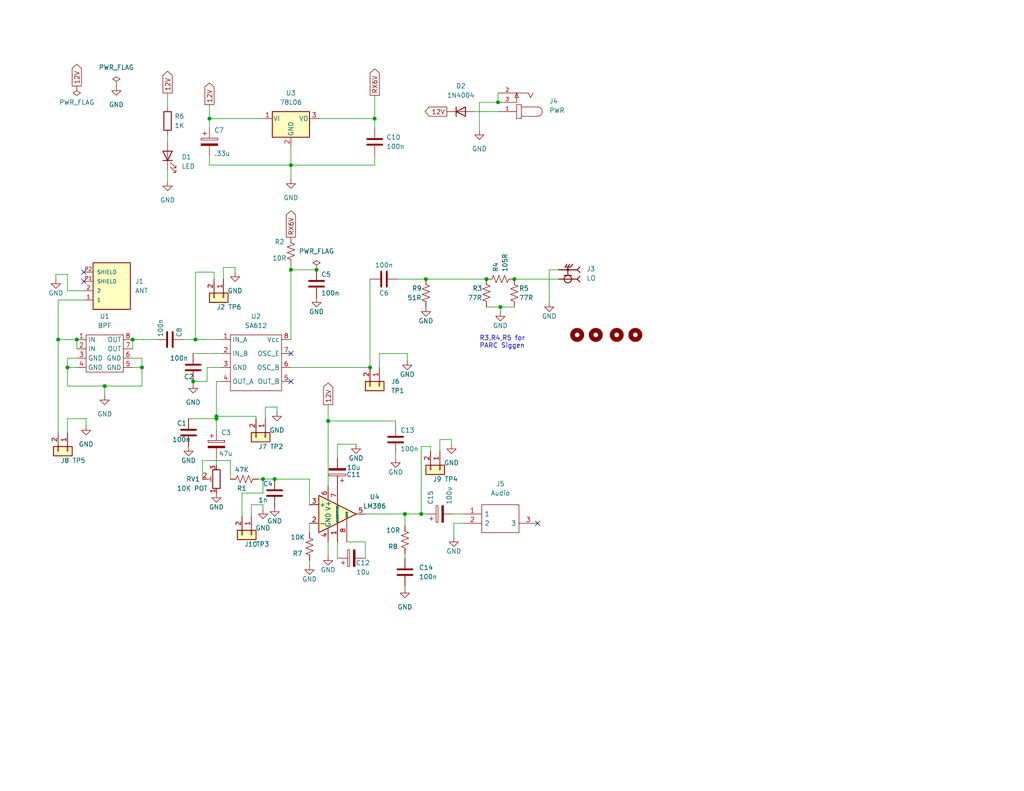
<source format=kicad_sch>
(kicad_sch (version 20211123) (generator eeschema)
  (paper "A")
  (lib_symbols
    (symbol "Amplifier_Audio:LM386" (pin_names (offset 0.127))
      (property "Reference" "U" (at 1.27 7.62 0))
      (property "Value" "LM386" (at 1.27 5.08 0))
      (symbol "LM386_0_1"
        (polyline (pts (xy 5.08 0) (xy -5.08 5.08) (xy -5.08 -5.08) (xy 5.08 0)) (stroke (width 0.254)) (fill (type background)))
      )
      (symbol "LM386_1_1"
        (pin input line (at 0 -7.62 90) (length 5.08) (name "GAIN") (number "1"))
        (pin input line (at -7.62 -2.54 0) (length 2.54) (name "-") (number "2"))
        (pin input line (at -7.62 2.54 0) (length 2.54) (name "+") (number "3"))
        (pin power_in line (at -2.54 -7.62 90) (length 3.81) (name "GND") (number "4"))
        (pin output line (at 7.62 0 180) (length 2.54) (name "~") (number "5"))
        (pin power_in line (at -2.54 7.62 270) (length 3.81) (name "V+") (number "6"))
        (pin input line (at 0 7.62 270) (length 5.08) (name "BYPASS") (number "7"))
        (pin input line (at 2.54 -7.62 90) (length 6.35) (name "GAIN") (number "8"))
      )
    )
    (symbol "Connector_Generic:Conn_01x02" (pin_names (offset 1.016) hide)
      (property "Reference" "J" (at 0 2.54 0))
      (property "Value" "Conn_01x02" (at 0 -5.08 0))
      (symbol "Conn_01x02_1_1"
        (rectangle (start -1.27 -2.413) (end 0 -2.667) (stroke (width 0.1524)))
        (rectangle (start -1.27 0.127) (end 0 -0.127) (stroke (width 0.1524)))
        (rectangle (start -1.27 1.27) (end 1.27 -3.81) (stroke (width 0.254)) (fill (type background)))
        (pin passive line (at -5.08 0 0) (length 3.81) (name "Pin_1") (number "1"))
        (pin passive line (at -5.08 -2.54 0) (length 3.81) (name "Pin_2") (number "2"))
      )
    )
    (symbol "Custom_RF:1-1337543-0" (pin_names (offset 1.016))
      (property "Reference" "J" (at -5.08 5.715 0))
      (property "Value" "1-1337543-0" (at -5.08 -10.16 0))
      (symbol "1-1337543-0_0_0"
        (rectangle (start -5.08 -7.62) (end 5.08 5.08) (stroke (width 0.254)) (fill (type background)))
        (pin passive line (at 7.62 2.54 180) (length 2.54) (name "1") (number "1"))
        (pin passive line (at 7.62 0 180) (length 2.54) (name "2") (number "2"))
        (pin passive line (at 7.62 -2.54 180) (length 2.54) (name "SHIELD") (number "P1"))
        (pin passive line (at 7.62 -5.08 180) (length 2.54) (name "SHIELD") (number "P2"))
      )
    )
    (symbol "Custom_RF:4832.2230" (pin_names (offset 0.762))
      (property "Reference" "J" (at 16.51 7.62 0))
      (property "Value" "4832.2230" (at 16.51 5.08 0))
      (symbol "4832.2230_0_0"
        (pin passive line (at 20.32 -2.54 180) (length 5.08) (name "1") (number "1"))
        (pin passive line (at 20.32 0 180) (length 5.08) (name "2") (number "2"))
        (pin passive line (at 0 0 0) (length 5.08) (name "3") (number "3"))
      )
      (symbol "4832.2230_0_1"
        (polyline (pts (xy 5.08 2.54) (xy 15.24 2.54) (xy 15.24 -5.08) (xy 5.08 -5.08) (xy 5.08 2.54)) (stroke (width 0.1524)))
      )
    )
    (symbol "Custom_RF:CON-SMA-EDGE-S" (pin_numbers hide) (pin_names (offset 1.016) hide)
      (property "Reference" "J" (at -3.81 4.064 0))
      (property "Value" "CON-SMA-EDGE-S" (at -4.064 -4.318 0))
      (symbol "CON-SMA-EDGE-S_0_0"
        (polyline (pts (xy -3.302 -0.762) (xy -2.54 0)) (stroke (width 0.254)))
        (polyline (pts (xy -3.302 0.762) (xy -2.54 0)) (stroke (width 0.254)))
        (polyline (pts (xy -3.302 1.778) (xy -2.54 2.54)) (stroke (width 0.254)))
        (polyline (pts (xy -3.302 3.302) (xy -2.54 2.54)) (stroke (width 0.254)))
        (polyline (pts (xy -2.54 0) (xy 0 0)) (stroke (width 0.254)))
        (polyline (pts (xy -2.54 2.54) (xy 2.54 2.54)) (stroke (width 0.254)))
        (polyline (pts (xy -1.016 1.524) (xy 0 1.524)) (stroke (width 0.254)))
        (polyline (pts (xy -0.762 -0.762) (xy -1.27 -1.524)) (stroke (width 0.254)))
        (polyline (pts (xy 0 -0.762) (xy -0.762 -0.762)) (stroke (width 0.254)))
        (polyline (pts (xy 0 -0.762) (xy -0.508 -1.524)) (stroke (width 0.254)))
        (polyline (pts (xy 0 -0.762) (xy 0.762 -0.762)) (stroke (width 0.254)))
        (polyline (pts (xy 0 0) (xy -2.286 0)) (stroke (width 0.254)))
        (polyline (pts (xy 0 0) (xy 0 -0.762)) (stroke (width 0.254)))
        (polyline (pts (xy 0 1.524) (xy 0 0)) (stroke (width 0.254)))
        (polyline (pts (xy 0 1.524) (xy 1.016 1.524)) (stroke (width 0.254)))
        (polyline (pts (xy 0.762 -0.762) (xy 0.254 -1.524)) (stroke (width 0.254)))
        (polyline (pts (xy 2.54 0) (xy 0 0)) (stroke (width 0.254)))
        (circle (center 0 0) (radius 0.254) (stroke (width 0.254)))
        (circle (center 0 2.54) (radius 1.016) (stroke (width 0.254)))
        (pin passive line (at 2.54 2.54 180) (length 5.08) (name "~") (number "1"))
        (pin passive line (at 2.54 0 180) (length 5.08) (name "~") (number "G1"))
        (pin passive line (at 2.54 0 180) (length 5.08) (name "~") (number "G2"))
        (pin passive line (at 2.54 0 180) (length 5.08) (name "~") (number "G3"))
        (pin passive line (at 2.54 0 180) (length 5.08) (name "~") (number "G4"))
      )
    )
    (symbol "Custom_RF:PJ-002A" (pin_names (offset 1.016) hide)
      (property "Reference" "J" (at -7.62 5.08 0))
      (property "Value" "PJ-002A" (at -7.62 -5.08 0))
      (symbol "PJ-002A_0_0"
        (arc (start -5.715 3.81) (mid -6.985 2.54) (end -5.715 1.27) (stroke (width 0.1524)))
        (polyline (pts (xy -5.715 3.81) (xy -1.27 3.81)) (stroke (width 0.1524)))
        (polyline (pts (xy -3.81 -1.27) (xy -4.445 -2.54)) (stroke (width 0.1524)))
        (polyline (pts (xy -3.175 -2.54) (xy -3.81 -1.27)) (stroke (width 0.1524)))
        (polyline (pts (xy -1.27 0.635) (xy 0 0.635)) (stroke (width 0.1524)))
        (polyline (pts (xy -1.27 1.27) (xy -5.715 1.27)) (stroke (width 0.1524)))
        (polyline (pts (xy -1.27 1.27) (xy -1.27 0.635)) (stroke (width 0.1524)))
        (polyline (pts (xy -1.27 3.81) (xy -1.27 1.27)) (stroke (width 0.1524)))
        (polyline (pts (xy -1.27 4.445) (xy -1.27 3.81)) (stroke (width 0.1524)))
        (polyline (pts (xy 0 -2.54) (xy -3.175 -2.54)) (stroke (width 0.1524)))
        (polyline (pts (xy 0 0) (xy 0 -2.54)) (stroke (width 0.1524)))
        (polyline (pts (xy 0 0.635) (xy 0 4.445)) (stroke (width 0.1524)))
        (polyline (pts (xy 0 4.445) (xy -1.27 4.445)) (stroke (width 0.1524)))
        (polyline (pts (xy 0 -2.54) (xy -0.508 -1.27) (xy 0.508 -1.27) (xy 0 -2.54)) (stroke (width 0.1524)) (fill (type background)))
        (pin passive line (at 5.08 2.54 180) (length 5.08) (name "~") (number "1"))
        (pin passive line (at 5.08 -2.54 180) (length 5.08) (name "~") (number "2"))
        (pin passive line (at 5.08 0 180) (length 5.08) (name "~") (number "3"))
      )
    )
    (symbol "Custom_RF:QPR_Filter"
      (property "Reference" "U" (at 0 7.62 0))
      (property "Value" "QPR_Filter" (at 0 -7.62 0))
      (symbol "QPR_Filter_0_1"
        (rectangle (start -5.08 5.08) (end 5.08 -5.08))
      )
      (symbol "QPR_Filter_1_1"
        (pin bidirectional line (at -7.62 3.81 0) (length 2.54) (name "IN") (number "1"))
        (pin bidirectional line (at -7.62 1.27 0) (length 2.54) (name "IN") (number "2"))
        (pin power_in line (at -7.62 -1.27 0) (length 2.54) (name "GND") (number "3"))
        (pin power_in line (at -7.62 -3.81 0) (length 2.54) (name "GND") (number "4"))
        (pin power_in line (at 7.62 -3.81 180) (length 2.54) (name "GND") (number "5"))
        (pin power_in line (at 7.62 -1.27 180) (length 2.54) (name "GND") (number "6"))
        (pin bidirectional line (at 7.62 1.27 180) (length 2.54) (name "OUT") (number "7"))
        (pin bidirectional line (at 7.62 3.81 180) (length 2.54) (name "OUT") (number "8"))
      )
    )
    (symbol "Custom_RF:SA612"
      (property "Reference" "U" (at 1.27 10.16 0))
      (property "Value" "SA612" (at 1.27 -7.62 0))
      (symbol "SA612_0_1"
        (rectangle (start -6.35 8.89) (end 7.62 -6.35))
      )
      (symbol "SA612_1_1"
        (pin input line (at -8.89 7.62 0) (length 2.54) (name "IN_A") (number "1"))
        (pin input line (at -8.89 3.81 0) (length 2.54) (name "IN_B") (number "2"))
        (pin power_in line (at -8.89 0 0) (length 2.54) (name "GND") (number "3"))
        (pin output line (at -8.89 -3.81 0) (length 2.54) (name "OUT_A") (number "4"))
        (pin output line (at 10.16 -3.81 180) (length 2.54) (name "OUT_B") (number "5"))
        (pin input line (at 10.16 0 180) (length 2.54) (name "OSC_B") (number "6"))
        (pin input line (at 10.16 3.81 180) (length 2.54) (name "OSC_E") (number "7"))
        (pin power_in line (at 10.16 7.62 180) (length 2.54) (name "Vcc") (number "8"))
      )
    )
    (symbol "Device:C" (pin_numbers hide) (pin_names (offset 0.254))
      (property "Reference" "C" (at 0.635 2.54 0))
      (property "Value" "C" (at 0.635 -2.54 0))
      (symbol "C_0_1"
        (polyline (pts (xy -2.032 -0.762) (xy 2.032 -0.762)) (stroke (width 0.508)))
        (polyline (pts (xy -2.032 0.762) (xy 2.032 0.762)) (stroke (width 0.508)))
      )
      (symbol "C_1_1"
        (pin passive line (at 0 3.81 270) (length 2.794) (name "~") (number "1"))
        (pin passive line (at 0 -3.81 90) (length 2.794) (name "~") (number "2"))
      )
    )
    (symbol "Device:C_Polarized" (pin_numbers hide) (pin_names (offset 0.254))
      (property "Reference" "C" (at 0.635 2.54 0))
      (property "Value" "C_Polarized" (at 0.635 -2.54 0))
      (symbol "C_Polarized_0_1"
        (rectangle (start -2.286 0.508) (end 2.286 1.016))
        (polyline (pts (xy -1.778 2.286) (xy -0.762 2.286)))
        (polyline (pts (xy -1.27 2.794) (xy -1.27 1.778)))
        (rectangle (start 2.286 -0.508) (end -2.286 -1.016) (fill (type outline)))
      )
      (symbol "C_Polarized_1_1"
        (pin passive line (at 0 3.81 270) (length 2.794) (name "~") (number "1"))
        (pin passive line (at 0 -3.81 90) (length 2.794) (name "~") (number "2"))
      )
    )
    (symbol "Device:LED" (pin_numbers hide) (pin_names (offset 1.016) hide)
      (property "Reference" "D" (at 0 2.54 0))
      (property "Value" "LED" (at 0 -2.54 0))
      (symbol "LED_0_1"
        (polyline (pts (xy -1.27 -1.27) (xy -1.27 1.27)) (stroke (width 0.254)))
        (polyline (pts (xy -1.27 0) (xy 1.27 0)))
        (polyline (pts (xy 1.27 -1.27) (xy 1.27 1.27) (xy -1.27 0) (xy 1.27 -1.27)) (stroke (width 0.254)))
        (polyline (pts (xy -3.048 -0.762) (xy -4.572 -2.286) (xy -3.81 -2.286) (xy -4.572 -2.286) (xy -4.572 -1.524)))
        (polyline (pts (xy -1.778 -0.762) (xy -3.302 -2.286) (xy -2.54 -2.286) (xy -3.302 -2.286) (xy -3.302 -1.524)))
      )
      (symbol "LED_1_1"
        (pin passive line (at -3.81 0 0) (length 2.54) (name "K") (number "1"))
        (pin passive line (at 3.81 0 180) (length 2.54) (name "A") (number "2"))
      )
    )
    (symbol "Device:R" (pin_numbers hide) (pin_names (offset 0))
      (property "Reference" "R" (at 2.032 0 90))
      (property "Value" "R" (at 0 0 90))
      (symbol "R_0_1"
        (rectangle (start -1.016 -2.54) (end 1.016 2.54) (stroke (width 0.254)))
      )
      (symbol "R_1_1"
        (pin passive line (at 0 3.81 270) (length 1.27) (name "~") (number "1"))
        (pin passive line (at 0 -3.81 90) (length 1.27) (name "~") (number "2"))
      )
    )
    (symbol "Device:R_Potentiometer_Trim" (pin_names (offset 1.016) hide)
      (property "Reference" "RV" (at -4.445 0 90))
      (property "Value" "R_Potentiometer_Trim" (at -2.54 0 90))
      (symbol "R_Potentiometer_Trim_0_1"
        (polyline (pts (xy 1.524 0.762) (xy 1.524 -0.762)))
        (polyline (pts (xy 2.54 0) (xy 1.524 0)))
        (rectangle (start 1.016 2.54) (end -1.016 -2.54) (stroke (width 0.254)))
      )
      (symbol "R_Potentiometer_Trim_1_1"
        (pin passive line (at 0 3.81 270) (length 1.27) (name "1") (number "1"))
        (pin passive line (at 3.81 0 180) (length 1.27) (name "2") (number "2"))
        (pin passive line (at 0 -3.81 90) (length 1.27) (name "3") (number "3"))
      )
    )
    (symbol "Device:R_US" (pin_numbers hide) (pin_names (offset 0))
      (property "Reference" "R" (at 2.54 0 90))
      (property "Value" "R_US" (at -2.54 0 90))
      (symbol "R_US_0_1"
        (polyline (pts (xy 0 -2.286) (xy 0 -2.54)))
        (polyline (pts (xy 0 2.286) (xy 0 2.54)))
        (polyline (pts (xy 0 -0.762) (xy 1.016 -1.143) (xy 0 -1.524) (xy -1.016 -1.905) (xy 0 -2.286)))
        (polyline (pts (xy 0 0.762) (xy 1.016 0.381) (xy 0 0) (xy -1.016 -0.381) (xy 0 -0.762)))
        (polyline (pts (xy 0 2.286) (xy 1.016 1.905) (xy 0 1.524) (xy -1.016 1.143) (xy 0 0.762)))
      )
      (symbol "R_US_1_1"
        (pin passive line (at 0 3.81 270) (length 1.27) (name "~") (number "1"))
        (pin passive line (at 0 -3.81 90) (length 1.27) (name "~") (number "2"))
      )
    )
    (symbol "Diode:1N4001" (pin_numbers hide) (pin_names (offset 1.016) hide)
      (property "Reference" "D" (at 0 2.54 0))
      (property "Value" "1N4001" (at 0 -2.54 0))
      (symbol "1N4001_0_1"
        (polyline (pts (xy -1.27 1.27) (xy -1.27 -1.27)) (stroke (width 0.254)))
        (polyline (pts (xy 1.27 0) (xy -1.27 0)))
        (polyline (pts (xy 1.27 1.27) (xy 1.27 -1.27) (xy -1.27 0) (xy 1.27 1.27)) (stroke (width 0.254)))
      )
      (symbol "1N4001_1_1"
        (pin passive line (at -3.81 0 0) (length 2.54) (name "K") (number "1"))
        (pin passive line (at 3.81 0 180) (length 2.54) (name "A") (number "2"))
      )
    )
    (symbol "Mechanical:MountingHole" (pin_names (offset 1.016))
      (property "Reference" "H" (at 0 5.08 0))
      (property "Value" "MountingHole" (at 0 3.175 0))
      (symbol "MountingHole_0_1"
        (circle (center 0 0) (radius 1.27) (stroke (width 1.27)))
      )
    )
    (symbol "Regulator_Linear:LM7805_TO220" (pin_names (offset 0.254))
      (property "Reference" "U" (at -3.81 3.175 0))
      (property "Value" "LM7805_TO220" (at 0 3.175 0))
      (symbol "LM7805_TO220_0_1"
        (rectangle (start -5.08 1.905) (end 5.08 -5.08) (stroke (width 0.254)) (fill (type background)))
      )
      (symbol "LM7805_TO220_1_1"
        (pin power_in line (at -7.62 0 0) (length 2.54) (name "VI") (number "1"))
        (pin power_in line (at 0 -7.62 90) (length 2.54) (name "GND") (number "2"))
        (pin power_out line (at 7.62 0 180) (length 2.54) (name "VO") (number "3"))
      )
    )
    (symbol "power:GND" (power) (pin_names (offset 0))
      (property "Value" "GND" (at 0 -3.81 0))
      (symbol "GND_0_1"
        (polyline (pts (xy 0 0) (xy 0 -1.27) (xy 1.27 -1.27) (xy 0 -2.54) (xy -1.27 -1.27) (xy 0 -1.27)))
      )
      (symbol "GND_1_1"
        (pin power_in line (at 0 0 270) (length 0) hide (name "GND") (number "1"))
      )
    )
    (symbol "power:PWR_FLAG" (power) (pin_numbers hide) (pin_names (offset 0) hide)
      (property "Value" "PWR_FLAG" (at 0 3.81 0))
      (symbol "PWR_FLAG_0_0"
        (pin power_out line (at 0 0 90) (length 0) (name "pwr") (number "1"))
      )
      (symbol "PWR_FLAG_0_1"
        (polyline (pts (xy 0 0) (xy 0 1.27) (xy -1.016 1.905) (xy 0 2.54) (xy 1.016 1.905) (xy 0 1.27)))
      )
    )
  )
  (junction (at 15.875 92.71))
  (junction (at 86.36 73.66))
  (junction (at 79.375 73.66))
  (junction (at 132.715 76.2))
  (junction (at 135.89 27.94))
  (junction (at 53.34 92.71))
  (junction (at 18.415 100.33))
  (junction (at 102.235 32.385))
  (junction (at 52.705 104.14))
  (junction (at 110.49 140.335))
  (junction (at 74.93 130.81))
  (junction (at 36.195 92.71))
  (junction (at 100.965 100.33))
  (junction (at 140.335 76.2))
  (junction (at 136.525 83.82))
  (junction (at 79.375 45.085))
  (junction (at 59.055 114.3))
  (junction (at 38.735 100.33))
  (junction (at 114.935 140.335))
  (junction (at 116.205 76.2))
  (junction (at 28.575 105.41))
  (junction (at 59.055 113.665))
  (junction (at 57.15 32.385))
  (junction (at 20.955 92.71))
  (junction (at 71.755 130.81))
  (junction (at 89.535 114.935))
  (no_connect (at 146.685 142.875))
  (no_connect (at 79.375 104.14))
  (no_connect (at 79.375 96.52))
  (no_connect (at 22.86 74.295))
  (no_connect (at 22.86 76.835))
  (wire (pts (xy 57.15 32.385) (xy 57.15 34.925)))
  (wire (pts (xy 15.24 74.93) (xy 15.24 76.2)))
  (wire (pts (xy 52.705 104.14) (xy 56.515 104.14)))
  (wire (pts (xy 15.875 92.71) (xy 20.955 92.71)))
  (wire (pts (xy 102.235 42.545) (xy 102.235 45.085)))
  (wire (pts (xy 60.96 73.025) (xy 60.96 76.2)))
  (wire (pts (xy 59.055 127) (xy 59.055 125.095)))
  (wire (pts (xy 71.755 130.81) (xy 71.755 134.62)))
  (wire (pts (xy 126.365 142.875) (xy 123.825 142.875)))
  (wire (pts (xy 140.335 76.2) (xy 152.4 76.2)))
  (wire (pts (xy 64.135 73.025) (xy 60.96 73.025)))
  (wire (pts (xy 75.565 111.125) (xy 72.39 111.125)))
  (wire (pts (xy 45.72 25.4) (xy 45.72 29.21)))
  (wire (pts (xy 123.19 120.015) (xy 120.015 120.015)))
  (wire (pts (xy 59.055 104.14) (xy 59.055 113.665)))
  (wire (pts (xy 56.515 100.33) (xy 60.325 100.33)))
  (wire (pts (xy 114.935 140.335) (xy 116.205 140.335)))
  (wire (pts (xy 120.015 120.015) (xy 120.015 123.19)))
  (wire (pts (xy 108.585 76.2) (xy 116.205 76.2)))
  (wire (pts (xy 50.165 92.71) (xy 53.34 92.71)))
  (wire (pts (xy 71.755 137.795) (xy 68.58 137.795)))
  (wire (pts (xy 135.89 25.4) (xy 135.89 27.94)))
  (wire (pts (xy 23.495 116.205) (xy 23.495 114.3)))
  (wire (pts (xy 117.475 123.19) (xy 117.475 121.92)))
  (wire (pts (xy 79.375 73.66) (xy 86.36 73.66)))
  (wire (pts (xy 69.85 113.665) (xy 69.85 114.3)))
  (wire (pts (xy 56.515 104.14) (xy 56.515 100.33)))
  (wire (pts (xy 100.965 76.2) (xy 100.965 100.33)))
  (wire (pts (xy 18.415 97.79) (xy 18.415 100.33)))
  (wire (pts (xy 86.995 32.385) (xy 102.235 32.385)))
  (wire (pts (xy 57.15 45.085) (xy 79.375 45.085)))
  (wire (pts (xy 99.695 147.955) (xy 99.695 152.4)))
  (wire (pts (xy 123.19 121.285) (xy 123.19 120.015)))
  (wire (pts (xy 103.505 100.33) (xy 103.505 96.52)))
  (wire (pts (xy 116.205 76.2) (xy 132.715 76.2)))
  (wire (pts (xy 15.875 92.71) (xy 15.875 118.11)))
  (wire (pts (xy 110.49 151.13) (xy 110.49 152.4)))
  (wire (pts (xy 89.535 114.935) (xy 89.535 132.715)))
  (wire (pts (xy 70.485 130.81) (xy 71.755 130.81)))
  (wire (pts (xy 84.455 153.035) (xy 84.455 154.305)))
  (wire (pts (xy 79.375 45.085) (xy 79.375 48.895)))
  (wire (pts (xy 53.34 74.295) (xy 53.34 92.71)))
  (wire (pts (xy 23.495 114.3) (xy 18.415 114.3)))
  (wire (pts (xy 135.89 27.94) (xy 130.81 27.94)))
  (wire (pts (xy 15.875 81.915) (xy 15.875 92.71)))
  (wire (pts (xy 36.195 92.71) (xy 36.195 95.25)))
  (wire (pts (xy 20.955 97.79) (xy 18.415 97.79)))
  (wire (pts (xy 103.505 96.52) (xy 111.125 96.52)))
  (wire (pts (xy 136.525 83.82) (xy 140.335 83.82)))
  (wire (pts (xy 58.42 74.295) (xy 58.42 76.2)))
  (wire (pts (xy 94.615 147.955) (xy 99.695 147.955)))
  (wire (pts (xy 152.4 73.66) (xy 149.86 73.66)))
  (wire (pts (xy 66.04 134.62) (xy 66.04 140.97)))
  (wire (pts (xy 117.475 121.92) (xy 114.935 121.92)))
  (wire (pts (xy 114.935 121.92) (xy 114.935 140.335)))
  (wire (pts (xy 79.375 45.085) (xy 79.375 40.005)))
  (wire (pts (xy 28.575 105.41) (xy 28.575 107.95)))
  (wire (pts (xy 18.415 114.3) (xy 18.415 118.11)))
  (wire (pts (xy 59.055 113.665) (xy 59.055 114.3)))
  (wire (pts (xy 92.075 121.285) (xy 97.155 121.285)))
  (wire (pts (xy 22.86 79.375) (xy 18.415 79.375)))
  (wire (pts (xy 60.325 96.52) (xy 52.705 96.52)))
  (wire (pts (xy 129.54 30.48) (xy 135.89 30.48)))
  (wire (pts (xy 36.195 100.33) (xy 38.735 100.33)))
  (wire (pts (xy 110.49 140.335) (xy 110.49 143.51)))
  (wire (pts (xy 60.325 104.14) (xy 59.055 104.14)))
  (wire (pts (xy 18.415 74.93) (xy 15.24 74.93)))
  (wire (pts (xy 84.455 130.81) (xy 84.455 137.795)))
  (wire (pts (xy 18.415 100.33) (xy 20.955 100.33)))
  (wire (pts (xy 52.705 104.14) (xy 52.705 104.775)))
  (wire (pts (xy 110.49 140.335) (xy 114.935 140.335)))
  (wire (pts (xy 38.735 105.41) (xy 38.735 100.33)))
  (wire (pts (xy 110.49 160.02) (xy 110.49 160.655)))
  (wire (pts (xy 15.875 81.915) (xy 22.86 81.915)))
  (wire (pts (xy 71.755 139.065) (xy 71.755 137.795)))
  (wire (pts (xy 58.42 74.295) (xy 53.34 74.295)))
  (wire (pts (xy 107.95 114.935) (xy 107.95 116.205)))
  (wire (pts (xy 102.235 32.385) (xy 102.235 34.925)))
  (wire (pts (xy 20.955 92.71) (xy 20.955 95.25)))
  (wire (pts (xy 68.58 137.795) (xy 68.58 140.97)))
  (wire (pts (xy 123.825 142.875) (xy 123.825 146.685)))
  (wire (pts (xy 72.39 111.125) (xy 72.39 114.3)))
  (wire (pts (xy 79.375 45.085) (xy 102.235 45.085)))
  (wire (pts (xy 136.525 83.82) (xy 136.525 85.09)))
  (wire (pts (xy 123.825 140.335) (xy 126.365 140.335)))
  (wire (pts (xy 45.72 46.355) (xy 45.72 49.53)))
  (wire (pts (xy 36.195 97.79) (xy 38.735 97.79)))
  (wire (pts (xy 79.375 73.66) (xy 79.375 92.71)))
  (wire (pts (xy 111.125 96.52) (xy 111.125 98.425)))
  (wire (pts (xy 64.135 74.295) (xy 64.135 73.025)))
  (wire (pts (xy 36.195 92.71) (xy 42.545 92.71)))
  (wire (pts (xy 132.715 83.82) (xy 136.525 83.82)))
  (wire (pts (xy 57.15 32.385) (xy 71.755 32.385)))
  (wire (pts (xy 75.565 112.395) (xy 75.565 111.125)))
  (wire (pts (xy 107.95 123.825) (xy 107.95 125.095)))
  (wire (pts (xy 53.34 92.71) (xy 60.325 92.71)))
  (wire (pts (xy 57.15 42.545) (xy 57.15 45.085)))
  (wire (pts (xy 51.435 114.3) (xy 59.055 114.3)))
  (wire (pts (xy 102.235 26.035) (xy 102.235 32.385)))
  (wire (pts (xy 89.535 151.765) (xy 89.535 147.955)))
  (wire (pts (xy 18.415 79.375) (xy 18.415 74.93)))
  (wire (pts (xy 18.415 100.33) (xy 18.415 105.41)))
  (wire (pts (xy 18.415 105.41) (xy 28.575 105.41)))
  (wire (pts (xy 92.075 121.285) (xy 92.075 125.095)))
  (wire (pts (xy 89.535 110.49) (xy 89.535 114.935)))
  (wire (pts (xy 89.535 114.935) (xy 107.95 114.935)))
  (wire (pts (xy 45.72 36.83) (xy 45.72 38.735)))
  (wire (pts (xy 99.695 140.335) (xy 110.49 140.335)))
  (wire (pts (xy 59.055 113.665) (xy 69.85 113.665)))
  (wire (pts (xy 79.375 100.33) (xy 100.965 100.33)))
  (wire (pts (xy 149.86 73.66) (xy 149.86 82.55)))
  (wire (pts (xy 38.735 97.79) (xy 38.735 100.33)))
  (wire (pts (xy 79.375 72.39) (xy 79.375 73.66)))
  (wire (pts (xy 84.455 142.875) (xy 84.455 145.415)))
  (wire (pts (xy 55.245 125.73) (xy 55.245 130.81)))
  (wire (pts (xy 92.075 147.955) (xy 92.075 152.4)))
  (wire (pts (xy 71.755 130.81) (xy 74.93 130.81)))
  (wire (pts (xy 62.865 130.81) (xy 62.865 125.73)))
  (wire (pts (xy 62.865 125.73) (xy 55.245 125.73)))
  (wire (pts (xy 28.575 105.41) (xy 38.735 105.41)))
  (wire (pts (xy 57.15 28.575) (xy 57.15 32.385)))
  (wire (pts (xy 74.93 130.81) (xy 84.455 130.81)))
  (wire (pts (xy 130.81 27.94) (xy 130.81 35.56)))
  (wire (pts (xy 59.055 114.3) (xy 59.055 117.475)))
  (wire (pts (xy 71.755 134.62) (xy 66.04 134.62)))
  (text "R3,R4,R5 for \nPARC Siggen" (at 130.81 95.25 0) (effects (font (size 1.27 1.27)) (justify left bottom)))
  (global_label "12V" (shape output) (at 20.955 23.495 90) (property "Intersheet References" "${INTERSHEET_REFS}" (effects hide)))
  (global_label "RX6V" (shape output) (at 79.375 64.77 90) (property "Intersheet References" "${INTERSHEET_REFS}" (effects hide)))
  (global_label "12V" (shape output) (at 45.72 25.4 90) (property "Intersheet References" "${INTERSHEET_REFS}" (effects hide)))
  (global_label "12V" (shape output) (at 89.535 110.49 90) (property "Intersheet References" "${INTERSHEET_REFS}" (effects hide)))
  (global_label "12V" (shape output) (at 121.92 30.48 180) (property "Intersheet References" "${INTERSHEET_REFS}" (effects hide)))
  (global_label "12V" (shape output) (at 57.15 28.575 90) (property "Intersheet References" "${INTERSHEET_REFS}" (effects hide)))
  (global_label "RX6V" (shape output) (at 102.235 26.035 90) (property "Intersheet References" "${INTERSHEET_REFS}" (effects hide)))
  (symbol (lib_id "power:GND") (at 89.535 151.765 0) (unit 1)
    (property "Reference" "#PWR015" (effects hide))
    (property "Value" "GND" (at 89.535 155.575 0))
  )
  (symbol (lib_id "Amplifier_Audio:LM386") (at 92.075 140.335 0) (unit 1)
    (property "Reference" "U4" (at 102.235 135.636 0))
    (property "Value" "LM386" (at 102.235 138.176 0))
    (property "Footprint" "Package_DIP:DIP-8_W7.62mm_Socket" (effects hide))
    (property "Datasheet" "http://www.ti.com/lit/ds/symlink/lm386.pdf" (effects hide))
  )
  (symbol (lib_id "Connector_Generic:Conn_01x02") (at 72.39 119.38 270) (unit 1)
    (property "Reference" "J7" (at 70.485 121.92 90) (effects (justify left)))
    (property "Value" "TP2" (at 73.66 121.92 90) (effects (justify left)))
    (property "Footprint" "Connector_PinHeader_2.54mm:PinHeader_1x02_P2.54mm_Vertical" (effects hide))
  )
  (symbol (lib_id "Device:C") (at 86.36 77.47 0) (unit 1)
    (property "Reference" "C5" (at 87.63 74.93 0) (effects (justify left)))
    (property "Value" "100n" (at 87.63 80.01 0) (effects (justify left)))
    (property "Footprint" "Capacitor_SMD:C_1206_3216Metric" (effects hide))
  )
  (symbol (lib_id "Device:R_US") (at 136.525 76.2 90) (unit 1)
    (property "Reference" "R4" (at 135.255 74.295 0) (effects (justify left)))
    (property "Value" "105R" (at 137.795 74.295 0) (effects (justify left)))
    (property "Footprint" "Resistor_THT:R_Axial_DIN0207_L6.3mm_D2.5mm_P7.62mm_Horizontal" (effects hide))
  )
  (symbol (lib_id "Device:R_US") (at 84.455 149.225 180) (unit 1)
    (property "Reference" "R7" (at 82.55 151.13 0) (effects (justify left)))
    (property "Value" "10K" (at 83.185 146.685 0) (effects (justify left)))
    (property "Footprint" "Resistor_SMD:R_1206_3216Metric" (effects hide))
  )
  (symbol (lib_id "Device:R_US") (at 110.49 147.32 180) (unit 1)
    (property "Reference" "R8" (at 108.585 149.225 0) (effects (justify left)))
    (property "Value" "10R" (at 109.22 144.78 0) (effects (justify left)))
    (property "Footprint" "Resistor_SMD:R_1206_3216Metric" (effects hide))
  )
  (symbol (lib_id "Device:R_US") (at 116.205 80.01 0) (unit 1)
    (property "Reference" "R9" (at 112.395 78.74 0) (effects (justify left)))
    (property "Value" "51R" (at 111.125 81.28 0) (effects (justify left)))
    (property "Footprint" "Resistor_THT:R_Axial_DIN0207_L6.3mm_D2.5mm_P7.62mm_Horizontal" (effects hide))
  )
  (symbol (lib_id "power:PWR_FLAG") (at 31.75 23.495 0) (unit 1)
    (property "Reference" "#FLG02" (effects hide))
    (property "Value" "PWR_FLAG" (at 31.75 18.415 0))
  )
  (symbol (lib_id "power:GND") (at 28.575 107.95 0) (unit 1)
    (property "Reference" "#PWR02" (effects hide))
    (property "Value" "GND" (at 28.575 113.03 0))
  )
  (symbol (lib_id "Device:C_Polarized") (at 95.885 152.4 90) (unit 1)
    (property "Reference" "C12" (at 100.965 153.67 90) (effects (justify left)))
    (property "Value" "10u" (at 100.965 156.21 90) (effects (justify left)))
    (property "Footprint" "Capacitor_THT:CP_Radial_D8.0mm_P2.50mm" (effects hide))
  )
  (symbol (lib_id "Diode:1N4001") (at 125.73 30.48 0) (unit 1)
    (property "Reference" "D2" (at 125.73 23.495 0))
    (property "Value" "1N4004" (at 125.73 26.035 0))
    (property "Footprint" "Diode_THT:D_DO-41_SOD81_P10.16mm_Horizontal" (effects hide))
    (property "Datasheet" "http://www.vishay.com/docs/88503/1n4001.pdf" (effects hide))
  )
  (symbol (lib_id "power:GND") (at 75.565 112.395 0) (unit 1)
    (property "Reference" "#PWR022" (effects hide))
    (property "Value" "GND" (at 75.565 117.475 0))
  )
  (symbol (lib_id "power:GND") (at 97.155 121.285 0) (unit 1)
    (property "Reference" "#PWR016" (effects hide))
    (property "Value" "GND" (at 97.155 125.095 0))
  )
  (symbol (lib_id "power:GND") (at 59.055 134.62 0) (unit 1)
    (property "Reference" "#PWR06" (effects hide))
    (property "Value" "GND" (at 59.055 138.43 0))
  )
  (symbol (lib_id "Device:R_US") (at 132.715 80.01 0) (unit 1)
    (property "Reference" "R3" (at 128.905 78.74 0) (effects (justify left)))
    (property "Value" "77R" (at 127.635 81.28 0) (effects (justify left)))
    (property "Footprint" "Resistor_THT:R_Axial_DIN0207_L6.3mm_D2.5mm_P7.62mm_Horizontal" (effects hide))
  )
  (symbol (lib_id "Regulator_Linear:LM7805_TO220") (at 79.375 32.385 0) (unit 1)
    (property "Reference" "U3" (at 79.375 25.4 0))
    (property "Value" "78L06" (at 79.375 27.94 0))
    (property "Footprint" "Package_TO_SOT_THT:TO-92L_Inline_Wide" (effects hide))
    (property "Datasheet" "https://www.onsemi.cn/PowerSolutions/document/MC7800-D.PDF" (effects hide))
  )
  (symbol (lib_id "Device:C_Polarized") (at 120.015 140.335 90) (unit 1)
    (property "Reference" "C15" (at 117.475 137.795 0) (effects (justify left)))
    (property "Value" "100u" (at 122.555 137.795 0) (effects (justify left)))
    (property "Footprint" "Capacitor_THT:CP_Radial_D8.0mm_P2.50mm" (effects hide))
  )
  (symbol (lib_id "Device:C") (at 102.235 38.735 0) (unit 1)
    (property "Reference" "C10" (at 105.41 37.4649 0) (effects (justify left)))
    (property "Value" "100n" (at 105.41 40.0049 0) (effects (justify left)))
    (property "Footprint" "Capacitor_SMD:C_1206_3216Metric" (effects hide))
  )
  (symbol (lib_id "Device:C") (at 46.355 92.71 90) (unit 1)
    (property "Reference" "C8" (at 48.895 92.075 0) (effects (justify left)))
    (property "Value" "100n" (at 43.815 92.075 0) (effects (justify left)))
    (property "Footprint" "Capacitor_SMD:C_1206_3216Metric" (effects hide))
  )
  (symbol (lib_id "Connector_Generic:Conn_01x02") (at 103.505 105.41 270) (unit 1)
    (property "Reference" "J6" (at 106.68 104.1399 90) (effects (justify left)))
    (property "Value" "TP1" (at 106.68 106.6799 90) (effects (justify left)))
    (property "Footprint" "Connector_PinHeader_2.54mm:PinHeader_1x02_P2.54mm_Vertical" (effects hide))
  )
  (symbol (lib_id "power:GND") (at 149.86 82.55 0) (unit 1)
    (property "Reference" "#PWR010" (effects hide))
    (property "Value" "GND" (at 149.86 86.36 0))
  )
  (symbol (lib_id "power:PWR_FLAG") (at 20.955 23.495 180) (unit 1)
    (property "Reference" "#FLG01" (effects hide))
    (property "Value" "PWR_FLAG" (at 20.955 27.94 0))
  )
  (symbol (lib_id "Device:C") (at 110.49 156.21 0) (unit 1)
    (property "Reference" "C14" (at 114.3 154.9399 0) (effects (justify left)))
    (property "Value" "100n" (at 114.3 157.4799 0) (effects (justify left)))
    (property "Footprint" "Capacitor_SMD:C_1206_3216Metric" (effects hide))
  )
  (symbol (lib_id "power:GND") (at 52.705 104.775 0) (unit 1)
    (property "Reference" "#PWR05" (effects hide))
    (property "Value" "GND" (at 52.705 109.855 0))
  )
  (symbol (lib_id "Custom_RF:1-1337543-0") (at 30.48 79.375 180) (unit 1)
    (property "Reference" "J1" (at 36.83 76.8349 0) (effects (justify right)))
    (property "Value" "ANT" (at 36.83 79.3749 0) (effects (justify right)))
    (property "Footprint" "Custom_RF:CONN_1-1337543-0" (effects hide))
    (property "TE_PN" "1-1337543-0" (effects hide))
    (property "MANUFACTURER" "TE CONNECTIVITY" (effects hide))
  )
  (symbol (lib_id "Custom_RF:PJ-002A") (at 140.97 27.94 180) (unit 1)
    (property "Reference" "J4" (at 149.86 27.6224 0) (effects (justify right)))
    (property "Value" "PWR" (at 149.86 30.1624 0) (effects (justify right)))
    (property "Footprint" "Custom_RF:CUI_PJ-002A" (effects hide))
    (property "STANDARD" "Manufacturer recommendations" (effects hide))
    (property "MANUFACTURER" "CUI INC" (effects hide))
  )
  (symbol (lib_id "Device:C_Polarized") (at 57.15 38.735 0) (unit 1)
    (property "Reference" "C7" (at 58.42 35.56 0) (effects (justify left)))
    (property "Value" ".33u" (at 58.42 41.91 0) (effects (justify left)))
    (property "Footprint" "Capacitor_THT:CP_Radial_D8.0mm_P2.50mm" (effects hide))
  )
  (symbol (lib_id "Device:C") (at 74.93 134.62 0) (unit 1)
    (property "Reference" "C4" (at 71.755 132.08 0) (effects (justify left)))
    (property "Value" "1n" (at 70.485 136.525 0) (effects (justify left)))
    (property "Footprint" "Capacitor_SMD:C_1206_3216Metric" (effects hide))
  )
  (symbol (lib_id "power:GND") (at 136.525 85.09 0) (unit 1)
    (property "Reference" "#PWR09" (effects hide))
    (property "Value" "GND" (at 136.525 88.9 0))
  )
  (symbol (lib_id "power:GND") (at 64.135 74.295 0) (unit 1)
    (property "Reference" "#PWR020" (effects hide))
    (property "Value" "GND" (at 64.135 79.375 0))
  )
  (symbol (lib_id "Custom_RF:CON-SMA-EDGE-S") (at 154.94 73.66 180) (unit 1)
    (property "Reference" "J3" (at 160.02 73.4059 0) (effects (justify right)))
    (property "Value" "LO" (at 160.02 75.9459 0) (effects (justify right)))
    (property "Footprint" "Custom_RF:RFSOLUTIONS_CON-SMA-EDGE-S" (effects hide))
    (property "STANDARD" "Manufacturer Recommendations" (effects hide))
    (property "PARTREV" "1" (effects hide))
    (property "MANUFACTURER" "RF Solutions" (effects hide))
    (property "MAXIMUM_PACKAGE_HEIGHT" "6.35mm" (effects hide))
  )
  (symbol (lib_id "Mechanical:MountingHole") (at 173.355 91.44 0) (unit 1) (in_bom no)
    (property "Reference" "H4" (effects hide))
    (property "Value" "MountingHole" (effects hide))
    (property "Footprint" "MountingHole:MountingHole_3.2mm_M3" (effects hide))
  )
  (symbol (lib_id "power:GND") (at 84.455 154.305 0) (unit 1)
    (property "Reference" "#PWR014" (effects hide))
    (property "Value" "GND" (at 84.455 158.115 0))
  )
  (symbol (lib_id "Device:R") (at 45.72 33.02 0) (unit 1)
    (property "Reference" "R6" (at 47.625 31.7499 0) (effects (justify left)))
    (property "Value" "1K" (at 47.625 34.2899 0) (effects (justify left)))
    (property "Footprint" "Resistor_SMD:R_1206_3216Metric" (effects hide))
  )
  (symbol (lib_id "Mechanical:MountingHole") (at 168.275 91.44 0) (unit 1) (in_bom no)
    (property "Reference" "H3" (effects hide))
    (property "Value" "MountingHole" (effects hide))
    (property "Footprint" "MountingHole:MountingHole_3.2mm_M3" (effects hide))
  )
  (symbol (lib_id "power:GND") (at 123.825 146.685 0) (unit 1)
    (property "Reference" "#PWR019" (effects hide))
    (property "Value" "GND" (at 123.825 150.495 0))
  )
  (symbol (lib_id "Device:R_Potentiometer_Trim") (at 59.055 130.81 180) (unit 1)
    (property "Reference" "RV1" (at 50.8 130.81 0) (effects (justify right)))
    (property "Value" "10K POT" (at 48.26 133.35 0) (effects (justify right)))
    (property "Footprint" "Custom_RF:Bourns_PTV09A_Horizontal_Pot" (effects hide))
  )
  (symbol (lib_id "power:GND") (at 74.93 138.43 0) (unit 1)
    (property "Reference" "#PWR07" (effects hide))
    (property "Value" "GND" (at 74.93 142.24 0))
  )
  (symbol (lib_id "Device:R_US") (at 140.335 80.01 0) (unit 1)
    (property "Reference" "R5" (at 141.605 78.74 0) (effects (justify left)))
    (property "Value" "77R" (at 141.605 81.28 0) (effects (justify left)))
    (property "Footprint" "Resistor_THT:R_Axial_DIN0207_L6.3mm_D2.5mm_P7.62mm_Horizontal" (effects hide))
  )
  (symbol (lib_id "power:GND") (at 111.125 98.425 0) (unit 1)
    (property "Reference" "#PWR021" (effects hide))
    (property "Value" "GND" (at 111.125 102.235 0))
  )
  (symbol (lib_id "Device:C") (at 51.435 118.11 0) (unit 1)
    (property "Reference" "C1" (at 48.26 115.57 0) (effects (justify left)))
    (property "Value" "100n" (at 46.99 120.015 0) (effects (justify left)))
    (property "Footprint" "Capacitor_SMD:C_1206_3216Metric" (effects hide))
  )
  (symbol (lib_id "Device:R_US") (at 79.375 68.58 0) (unit 1)
    (property "Reference" "R2" (at 74.93 66.04 0) (effects (justify left)))
    (property "Value" "10R" (at 74.295 70.485 0) (effects (justify left)))
    (property "Footprint" "Resistor_SMD:R_1206_3216Metric" (effects hide))
  )
  (symbol (lib_id "power:GND") (at 45.72 49.53 0) (unit 1)
    (property "Reference" "#PWR011" (effects hide))
    (property "Value" "GND" (at 45.72 54.61 0))
  )
  (symbol (lib_id "power:GND") (at 123.19 121.285 0) (unit 1)
    (property "Reference" "#PWR024" (effects hide))
    (property "Value" "GND" (at 123.19 126.365 0))
  )
  (symbol (lib_id "power:GND") (at 31.75 23.495 0) (unit 1)
    (property "Reference" "#PWR03" (effects hide))
    (property "Value" "GND" (at 31.75 28.575 0))
  )
  (symbol (lib_id "Custom_RF:QPR_Filter") (at 28.575 96.52 0) (unit 1)
    (property "Reference" "U1" (at 28.575 86.36 0))
    (property "Value" "BPF" (at 28.575 88.9 0))
    (property "Footprint" "Custom_RF:QRPLabs_Filter_TH" (effects hide))
    (property "Datasheet" "https://www.qrp-labs.com/lpfkit.html" (effects hide))
  )
  (symbol (lib_id "Device:R_US") (at 66.675 130.81 90) (unit 1)
    (property "Reference" "R1" (at 67.31 133.35 90) (effects (justify left)))
    (property "Value" "47K" (at 67.945 128.27 90) (effects (justify left)))
    (property "Footprint" "Resistor_SMD:R_1206_3216Metric" (effects hide))
  )
  (symbol (lib_id "power:GND") (at 110.49 160.655 0) (unit 1)
    (property "Reference" "#PWR018" (effects hide))
    (property "Value" "GND" (at 110.49 165.735 0))
  )
  (symbol (lib_id "power:GND") (at 23.495 116.205 0) (unit 1)
    (property "Reference" "#PWR023" (effects hide))
    (property "Value" "GND" (at 23.495 121.285 0))
  )
  (symbol (lib_id "power:GND") (at 79.375 48.895 0) (unit 1)
    (property "Reference" "#PWR012" (effects hide))
    (property "Value" "GND" (at 79.375 53.975 0))
  )
  (symbol (lib_id "power:GND") (at 107.95 125.095 0) (unit 1)
    (property "Reference" "#PWR017" (effects hide))
    (property "Value" "GND" (at 107.95 128.905 0))
  )
  (symbol (lib_id "Custom_RF:4832.2230") (at 146.685 142.875 180) (unit 1)
    (property "Reference" "J5" (at 136.525 132.08 0))
    (property "Value" "Audio" (at 136.525 134.62 0))
    (property "Footprint" "Custom_RF:48322230" (effects hide))
    (property "Datasheet" "https://ch.schurter.com/en/datasheet/typ_4832.2230.pdf" (effects hide))
    (property "Description" "Phone Connectors AUDIO SOCKET 3.5MM 2P PCB" (effects hide))
    (property "Height" "5" (effects hide))
    (property "Manufacturer_Name" "SCHURTER" (effects hide))
    (property "Manufacturer_Part_Number" "4832.2230" (effects hide))
    (property "Mouser Part Number" "693-4832.223" (effects hide))
    (property "Mouser Price/Stock" "https://www.mouser.co.uk/ProductDetail/Schurter/4832.2230?qs=wwP%252BWDYHj0ZW%2F5hAS%252BjJMA%3D%3D" (effects hide))
  )
  (symbol (lib_id "power:GND") (at 130.81 35.56 0) (unit 1)
    (property "Reference" "#PWR013" (effects hide))
    (property "Value" "GND" (at 130.81 40.64 0))
  )
  (symbol (lib_id "power:GND") (at 71.755 139.065 0) (unit 1)
    (property "Reference" "#PWR025" (effects hide))
    (property "Value" "GND" (at 71.755 144.145 0))
  )
  (symbol (lib_id "Device:LED") (at 45.72 42.545 90) (unit 1)
    (property "Reference" "D1" (at 49.53 42.8624 90) (effects (justify right)))
    (property "Value" "LED" (at 49.53 45.4024 90) (effects (justify right)))
    (property "Footprint" "LED_THT:LED_D3.0mm" (effects hide))
  )
  (symbol (lib_id "Connector_Generic:Conn_01x02") (at 60.96 81.28 270) (unit 1)
    (property "Reference" "J2" (at 59.055 83.82 90) (effects (justify left)))
    (property "Value" "TP6" (at 62.23 83.82 90) (effects (justify left)))
    (property "Footprint" "Connector_PinHeader_2.54mm:PinHeader_1x02_P2.54mm_Vertical" (effects hide))
  )
  (symbol (lib_id "Connector_Generic:Conn_01x02") (at 68.58 146.05 270) (unit 1)
    (property "Reference" "J10" (at 66.675 148.59 90) (effects (justify left)))
    (property "Value" "TP3" (at 69.85 148.59 90) (effects (justify left)))
    (property "Footprint" "Connector_PinHeader_2.54mm:PinHeader_1x02_P2.54mm_Vertical" (effects hide))
  )
  (symbol (lib_id "power:GND") (at 15.24 76.2 0) (unit 1)
    (property "Reference" "#PWR01" (effects hide))
    (property "Value" "GND" (at 15.24 80.01 0))
  )
  (symbol (lib_id "Custom_RF:SA612") (at 69.215 100.33 0) (unit 1)
    (property "Reference" "U2" (at 69.85 86.36 0))
    (property "Value" "SA612" (at 69.85 88.9 0))
    (property "Footprint" "Package_DIP:DIP-8_W7.62mm_Socket" (effects hide))
  )
  (symbol (lib_id "power:GND") (at 116.205 83.82 0) (unit 1)
    (property "Reference" "#PWR0102" (effects hide))
    (property "Value" "GND" (at 116.205 87.63 0))
  )
  (symbol (lib_id "power:PWR_FLAG") (at 86.36 73.66 0) (unit 1)
    (property "Reference" "#FLG0101" (effects hide))
    (property "Value" "PWR_FLAG" (at 86.36 68.58 0))
  )
  (symbol (lib_id "Mechanical:MountingHole") (at 157.48 91.44 0) (unit 1) (in_bom no)
    (property "Reference" "H1" (effects hide))
    (property "Value" "MountingHole" (effects hide))
    (property "Footprint" "MountingHole:MountingHole_3.2mm_M3" (effects hide))
  )
  (symbol (lib_id "power:GND") (at 86.36 81.28 0) (unit 1)
    (property "Reference" "#PWR08" (effects hide))
    (property "Value" "GND" (at 86.36 85.09 0))
  )
  (symbol (lib_id "Device:C") (at 52.705 100.33 0) (unit 1)
    (property "Reference" "C2" (at 50.165 102.87 0) (effects (justify left)))
    (property "Value" "100n" (at 46.355 97.79 0) (effects (justify left)))
    (property "Footprint" "Capacitor_SMD:C_1206_3216Metric" (effects hide))
  )
  (symbol (lib_id "Device:C_Polarized") (at 92.075 128.905 180) (unit 1)
    (property "Reference" "C11" (at 98.425 129.54 0) (effects (justify left)))
    (property "Value" "10u" (at 98.425 127.635 0) (effects (justify left)))
    (property "Footprint" "Capacitor_THT:CP_Radial_D8.0mm_P2.50mm" (effects hide))
  )
  (symbol (lib_id "Device:C_Polarized") (at 59.055 121.285 0) (unit 1)
    (property "Reference" "C3" (at 60.325 118.11 0) (effects (justify left)))
    (property "Value" "47u" (at 59.69 123.825 0) (effects (justify left)))
    (property "Footprint" "Capacitor_THT:CP_Radial_D8.0mm_P2.50mm" (effects hide))
  )
  (symbol (lib_id "Device:C") (at 107.95 120.015 0) (unit 1)
    (property "Reference" "C13" (at 109.22 117.475 0) (effects (justify left)))
    (property "Value" "100n" (at 109.22 122.555 0) (effects (justify left)))
    (property "Footprint" "Capacitor_SMD:C_1206_3216Metric" (effects hide))
  )
  (symbol (lib_id "Connector_Generic:Conn_01x02") (at 120.015 128.27 270) (unit 1)
    (property "Reference" "J9" (at 118.11 130.81 90) (effects (justify left)))
    (property "Value" "TP4" (at 121.285 130.81 90) (effects (justify left)))
    (property "Footprint" "Connector_PinHeader_2.54mm:PinHeader_1x02_P2.54mm_Vertical" (effects hide))
  )
  (symbol (lib_id "power:GND") (at 51.435 121.92 0) (unit 1)
    (property "Reference" "#PWR04" (effects hide))
    (property "Value" "GND" (at 51.435 125.73 0))
  )
  (symbol (lib_id "Mechanical:MountingHole") (at 162.56 91.44 0) (unit 1) (in_bom no)
    (property "Reference" "H2" (effects hide))
    (property "Value" "MountingHole" (effects hide))
    (property "Footprint" "MountingHole:MountingHole_3.2mm_M3" (effects hide))
  )
  (symbol (lib_id "Device:C") (at 104.775 76.2 270) (unit 1)
    (property "Reference" "C6" (at 104.775 80.01 90))
    (property "Value" "100n" (at 104.775 72.39 90))
    (property "Footprint" "Capacitor_SMD:C_1206_3216Metric" (effects hide))
  )
  (symbol (lib_id "Connector_Generic:Conn_01x02") (at 18.415 123.19 270) (unit 1)
    (property "Reference" "J8" (at 16.51 125.73 90) (effects (justify left)))
    (property "Value" "TP5" (at 19.685 125.73 90) (effects (justify left)))
    (property "Footprint" "Connector_PinHeader_2.54mm:PinHeader_1x02_P2.54mm_Vertical" (effects hide))
  )
)
</source>
